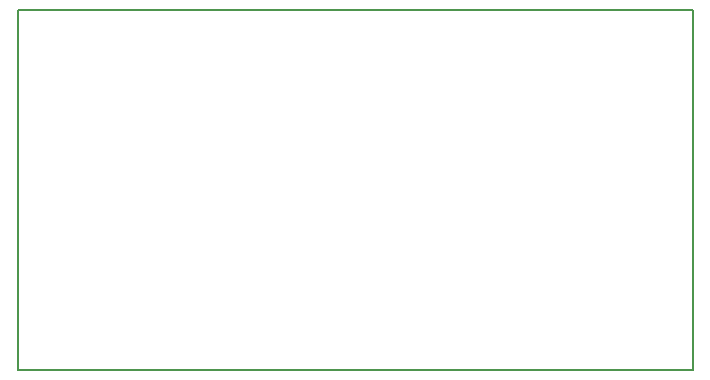
<source format=gbr>
%TF.GenerationSoftware,KiCad,Pcbnew,5.1.9+dfsg1-1*%
%TF.CreationDate,2021-05-22T16:02:53+02:00*%
%TF.ProjectId,smartyreader_ng_lora,736d6172-7479-4726-9561-6465725f6e67,rev?*%
%TF.SameCoordinates,Original*%
%TF.FileFunction,Profile,NP*%
%FSLAX46Y46*%
G04 Gerber Fmt 4.6, Leading zero omitted, Abs format (unit mm)*
G04 Created by KiCad (PCBNEW 5.1.9+dfsg1-1) date 2021-05-22 16:02:53*
%MOMM*%
%LPD*%
G01*
G04 APERTURE LIST*
%TA.AperFunction,Profile*%
%ADD10C,0.150000*%
%TD*%
G04 APERTURE END LIST*
D10*
X157480000Y-104140000D02*
X157480000Y-134620000D01*
X100330000Y-134620000D02*
X100330000Y-104140000D01*
X157480000Y-134620000D02*
X100330000Y-134620000D01*
X100330000Y-104140000D02*
X157480000Y-104140000D01*
M02*

</source>
